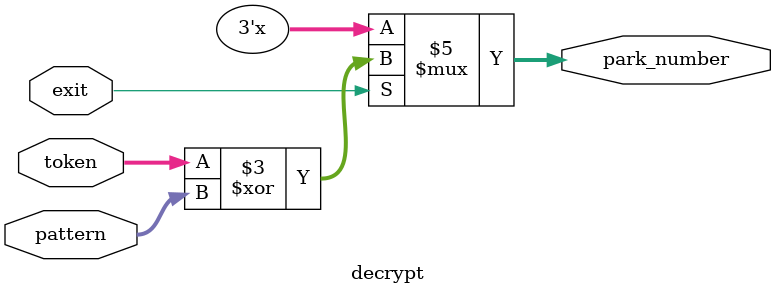
<source format=v>
/*--  *******************************************************
--  Computer Architecture Course, Laboratory Sources 
--  Amirkabir University of Technology (Tehran Polytechnic)
--  Department of Computer Engineering (CE-AUT)
--  https://ce[dot]aut[dot]ac[dot]ir
--  *******************************************************
--  All Rights reserved (C) 2021-2022
--  *******************************************************
--  Student ID  : 9931071
--  Student Name: Abtin Zandi
--  Student Mail: abtin81@aut.ac.ir
--  *******************************************************
--  *******************************************************
--  Student ID  : 9931103
--  Student Name: Sarvin Nami
--  Student Mail: srvn0nm@gmail.com
--  *******************************************************
--  Additional Comments:
--
--*/

/*-----------------------------------------------------------
---  Module Name: decrypt 
-----------------------------------------------------------*/
`timescale 1 ns/1 ns
module decrypt(
 exit,
 token,
 pattern,
 park_number);
input exit;
input [2:0] token;
input [2:0] pattern;
output reg[2:0] park_number;
always @ (exit or token or pattern)
begin
if(exit == 1) park_number = token ^ pattern;
else park_number = 3'bxxx;
end
endmodule
</source>
